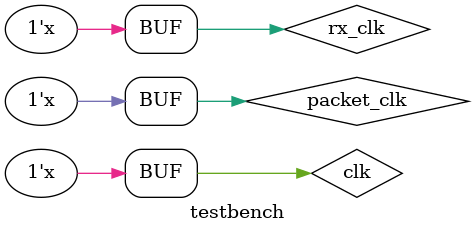
<source format=sv>
`timescale 1ns / 1ps


module testbench(

    );
    
    logic clk;
    logic rx_clk;
    logic packet_clk;
    logic trans;
    logic [3:0] count = 0;
    logic [3:0] data1;
    logic [3:0] data2;
    logic [3:0] rd;
    logic rx_ctl;
    
    initial begin
        clk = 0;
        rx_clk = 0;
        packet_clk = 0;
    end
    
    always clk = #10 ~clk; // 50MHz
    always rx_clk = #4 ~rx_clk; // 125MHz
    always packet_clk = #100 ~packet_clk; // 5MHz
    
    always_ff @ (posedge rx_clk) begin
        count <= count + 1;
        trans <= packet_clk;
        rx_ctl <= trans;
        data1 <= packet_clk ? count : 4'b0000;
        data2 <= packet_clk ? ~count : 4'b0000;
    end
    
    genvar i;
    for (i = 0;i < 4;i++) begin
        ODDR #(
            .DDR_CLK_EDGE("SAME_EDGE")
        ) oddr_inst (
            .D1(data1[i]),
            .D2(data2[i]),
            .C(rx_clk),
            .CE(1'b1),
            .Q(rd[i]),
            .R(1'b0)
        );
    end
    

    top top(
        .clk(clk),
        .rgmii1_rd(rd),
        .rgmii1_rx_ctl(rx_ctl),
        .rgmii1_rxc(rx_clk)
    );
    
endmodule

</source>
